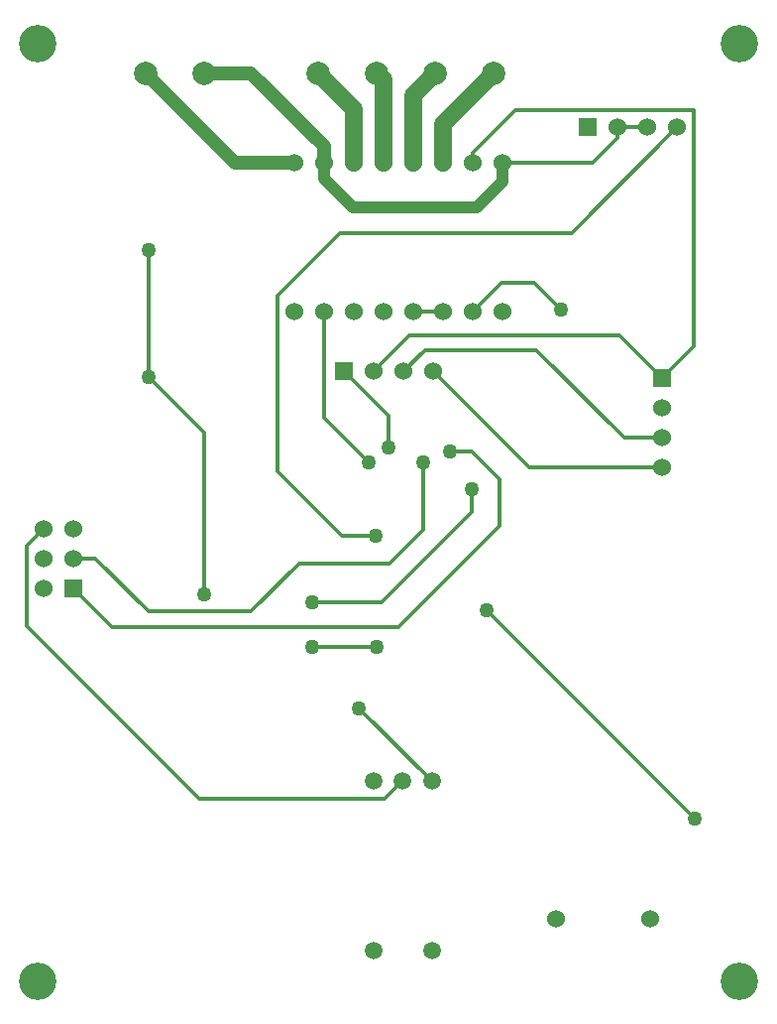
<source format=gbl>
G04*
G04 #@! TF.GenerationSoftware,Altium Limited,Altium Designer,18.0.7 (293)*
G04*
G04 Layer_Physical_Order=2*
G04 Layer_Color=16711680*
%FSLAX25Y25*%
%MOIN*%
G70*
G01*
G75*
%ADD50C,0.01378*%
%ADD51C,0.03937*%
%ADD52C,0.05906*%
%ADD53C,0.06000*%
%ADD54R,0.06299X0.06299*%
%ADD55C,0.05937*%
%ADD56R,0.06299X0.06299*%
%ADD57C,0.07874*%
%ADD58C,0.05000*%
%ADD59C,0.12598*%
%ADD60C,0.04724*%
D50*
X47441Y212598D02*
X66142Y193898D01*
Y139764D02*
Y193898D01*
X47343Y133858D02*
X81791D01*
X29469Y151732D02*
X47343Y133858D01*
X81791D02*
X97835Y149902D01*
X131299Y128740D02*
X165256Y162697D01*
X34941Y128740D02*
X131299D01*
X21949Y141732D02*
X34941Y128740D01*
X47244Y255512D02*
X47441Y255315D01*
Y212598D02*
Y255315D01*
X170739Y302432D02*
X230590D01*
X156161Y287854D02*
X170739Y302432D01*
X156161Y284744D02*
Y287854D01*
X64204Y71032D02*
X126741D01*
X6290Y128946D02*
X64204Y71032D01*
X6290Y128946D02*
Y156073D01*
X156161Y234744D02*
X165905Y244488D01*
X176969D01*
X186024Y235433D01*
X189547Y261122D02*
X224980Y296555D01*
X111679Y261122D02*
X189547D01*
X90490Y239932D02*
X111679Y261122D01*
X207205Y192205D02*
X219980D01*
X177579Y221831D02*
X207205Y192205D01*
X140256Y221831D02*
X177579D01*
X132992Y214567D02*
X140256Y221831D01*
X205610Y226575D02*
X219980Y212205D01*
X135000Y226575D02*
X205610D01*
X122992Y214567D02*
X135000Y226575D01*
X139764Y161221D02*
Y183858D01*
X127890Y189032D02*
Y199669D01*
X128445Y149902D02*
X139764Y161221D01*
X97835Y149902D02*
X128445D01*
X90490Y181042D02*
X112168Y159365D01*
X123622D01*
X125591Y136909D02*
X155905Y167224D01*
Y175000D01*
X165256Y162697D02*
Y178248D01*
X155905Y187598D02*
X165256Y178248D01*
X148622Y187598D02*
X155905D01*
X102165Y136909D02*
X125591D01*
X21949Y151732D02*
X29469D01*
X123819Y121949D02*
X124016Y122146D01*
X102165Y121949D02*
X123819D01*
X112992Y214567D02*
X127890Y199669D01*
X90490Y181042D02*
Y239932D01*
X160843Y134432D02*
X230990Y64285D01*
X175354Y182205D02*
X219980D01*
X142992Y214567D02*
X175354Y182205D01*
X126741Y71032D02*
X132677Y76968D01*
X6290Y156073D02*
X11949Y161732D01*
X230590Y302432D02*
X230690Y302332D01*
Y222914D02*
Y302332D01*
X219980Y212205D02*
X230690Y222914D01*
X106161Y198961D02*
X121260Y183862D01*
X106161Y198961D02*
Y234744D01*
X118110Y101378D02*
X142520Y76968D01*
X204980Y292923D02*
Y296555D01*
X196802Y284744D02*
X204980Y292923D01*
X166161Y284744D02*
X196802D01*
X204980Y296555D02*
X214980D01*
X136161Y234744D02*
X146161D01*
D51*
X166161Y278366D02*
Y284744D01*
X157579Y269783D02*
X166161Y278366D01*
X115847Y269783D02*
X157579D01*
X106161Y279469D02*
X115847Y269783D01*
X106161Y279469D02*
Y284744D01*
D52*
X146161Y297601D02*
X163325Y314764D01*
X146161Y284744D02*
Y297601D01*
X136161Y307286D02*
X143640Y314764D01*
X136161Y284744D02*
Y307286D01*
X123917Y314764D02*
X126161Y312520D01*
Y284744D02*
Y312520D01*
X104195Y314764D02*
X116161Y302798D01*
Y284744D02*
Y302798D01*
D53*
X224980Y296555D02*
D03*
X214980D02*
D03*
X204980D02*
D03*
X96161Y284744D02*
D03*
X106161D02*
D03*
X116161D02*
D03*
X126161D02*
D03*
X136161D02*
D03*
X146161D02*
D03*
X156161D02*
D03*
X166161D02*
D03*
Y234744D02*
D03*
X156161D02*
D03*
X146161D02*
D03*
X136161D02*
D03*
X126161D02*
D03*
X116161D02*
D03*
X106161D02*
D03*
X96161D02*
D03*
X215847Y30807D02*
D03*
X184350D02*
D03*
X219980Y202205D02*
D03*
Y192205D02*
D03*
Y182205D02*
D03*
X21949Y151732D02*
D03*
Y161732D02*
D03*
X11949Y141732D02*
D03*
Y151732D02*
D03*
Y161732D02*
D03*
X122992Y214567D02*
D03*
X132992D02*
D03*
X142992D02*
D03*
D54*
X194980Y296555D02*
D03*
X21949Y141732D02*
D03*
X112992Y214567D02*
D03*
D55*
X122835Y19882D02*
D03*
X142520D02*
D03*
Y76968D02*
D03*
X132677D02*
D03*
X122835D02*
D03*
D56*
X219980Y212205D02*
D03*
D57*
X163325Y314764D02*
D03*
X143640D02*
D03*
X123917D02*
D03*
X104195D02*
D03*
X46223D02*
D03*
X65945D02*
D03*
D58*
X66142Y139764D02*
D03*
X47244Y255512D02*
D03*
X47441Y212598D02*
D03*
X186024Y235433D02*
D03*
X139764Y183858D02*
D03*
X127890Y189032D02*
D03*
X123622Y159365D02*
D03*
X155905Y175000D02*
D03*
X148622Y187598D02*
D03*
X102165Y136909D02*
D03*
Y121949D02*
D03*
X124016Y122146D02*
D03*
X230990Y64285D02*
D03*
X160843Y134432D02*
D03*
X121260Y183862D02*
D03*
X118110Y101378D02*
D03*
D59*
X246063Y324803D02*
D03*
Y9843D02*
D03*
X9843D02*
D03*
Y324803D02*
D03*
D60*
X106161Y284744D02*
Y290295D01*
X81693Y314764D02*
X106161Y290295D01*
X65945Y314764D02*
X81693D01*
X76243Y284744D02*
X96161D01*
X46223Y314764D02*
X76243Y284744D01*
M02*

</source>
